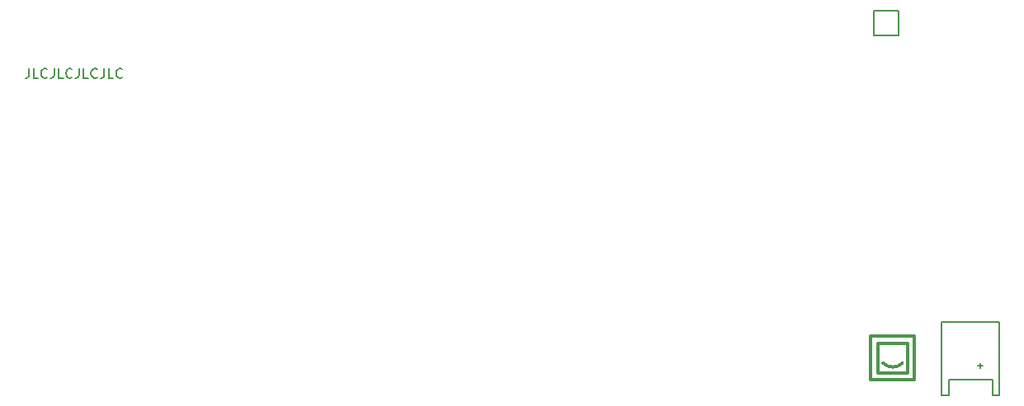
<source format=gbr>
%TF.GenerationSoftware,KiCad,Pcbnew,(6.0.7)*%
%TF.CreationDate,2022-08-24T19:26:19+02:00*%
%TF.ProjectId,leko_pona,6c656b6f-5f70-46f6-9e61-2e6b69636164,v1.0.0*%
%TF.SameCoordinates,Original*%
%TF.FileFunction,Legend,Top*%
%TF.FilePolarity,Positive*%
%FSLAX46Y46*%
G04 Gerber Fmt 4.6, Leading zero omitted, Abs format (unit mm)*
G04 Created by KiCad (PCBNEW (6.0.7)) date 2022-08-24 19:26:19*
%MOMM*%
%LPD*%
G01*
G04 APERTURE LIST*
%ADD10C,0.180000*%
%ADD11C,0.350000*%
%ADD12C,0.150000*%
G04 APERTURE END LIST*
D10*
X-4619047Y26297619D02*
X-4619047Y25583333D01*
X-4666666Y25440476D01*
X-4761904Y25345238D01*
X-4904761Y25297619D01*
X-5000000Y25297619D01*
X-3666666Y25297619D02*
X-4142857Y25297619D01*
X-4142857Y26297619D01*
X-2761904Y25392857D02*
X-2809523Y25345238D01*
X-2952380Y25297619D01*
X-3047619Y25297619D01*
X-3190476Y25345238D01*
X-3285714Y25440476D01*
X-3333333Y25535714D01*
X-3380952Y25726190D01*
X-3380952Y25869047D01*
X-3333333Y26059523D01*
X-3285714Y26154761D01*
X-3190476Y26250000D01*
X-3047619Y26297619D01*
X-2952380Y26297619D01*
X-2809523Y26250000D01*
X-2761904Y26202380D01*
X-2047619Y26297619D02*
X-2047619Y25583333D01*
X-2095238Y25440476D01*
X-2190476Y25345238D01*
X-2333333Y25297619D01*
X-2428571Y25297619D01*
X-1095238Y25297619D02*
X-1571428Y25297619D01*
X-1571428Y26297619D01*
X-190476Y25392857D02*
X-238095Y25345238D01*
X-380952Y25297619D01*
X-476190Y25297619D01*
X-619047Y25345238D01*
X-714285Y25440476D01*
X-761904Y25535714D01*
X-809523Y25726190D01*
X-809523Y25869047D01*
X-761904Y26059523D01*
X-714285Y26154761D01*
X-619047Y26250000D01*
X-476190Y26297619D01*
X-380952Y26297619D01*
X-238095Y26250000D01*
X-190476Y26202380D01*
X523809Y26297619D02*
X523809Y25583333D01*
X476190Y25440476D01*
X380952Y25345238D01*
X238095Y25297619D01*
X142857Y25297619D01*
X1476190Y25297619D02*
X1000000Y25297619D01*
X1000000Y26297619D01*
X2380952Y25392857D02*
X2333333Y25345238D01*
X2190476Y25297619D01*
X2095238Y25297619D01*
X1952380Y25345238D01*
X1857142Y25440476D01*
X1809523Y25535714D01*
X1761904Y25726190D01*
X1761904Y25869047D01*
X1809523Y26059523D01*
X1857142Y26154761D01*
X1952380Y26250000D01*
X2095238Y26297619D01*
X2190476Y26297619D01*
X2333333Y26250000D01*
X2380952Y26202380D01*
X3095238Y26297619D02*
X3095238Y25583333D01*
X3047619Y25440476D01*
X2952380Y25345238D01*
X2809523Y25297619D01*
X2714285Y25297619D01*
X4047619Y25297619D02*
X3571428Y25297619D01*
X3571428Y26297619D01*
X4952380Y25392857D02*
X4904761Y25345238D01*
X4761904Y25297619D01*
X4666666Y25297619D01*
X4523809Y25345238D01*
X4428571Y25440476D01*
X4380952Y25535714D01*
X4333333Y25726190D01*
X4333333Y25869047D01*
X4380952Y26059523D01*
X4428571Y26154761D01*
X4523809Y26250000D01*
X4666666Y26297619D01*
X4761904Y26297619D01*
X4904761Y26250000D01*
X4952380Y26202380D01*
D11*
X83000000Y-4000000D02*
G75*
G03*
X85000000Y-4000000I1000000J999999D01*
G01*
X81750000Y-1250000D02*
X86250000Y-1250000D01*
X86250000Y-1250000D02*
X86250000Y-5750000D01*
X86250000Y-5750000D02*
X81750000Y-5750000D01*
X81750000Y-5750000D02*
X81750000Y-1250000D01*
X82500000Y-2000000D02*
X85500000Y-2000000D01*
X85500000Y-2000000D02*
X85500000Y-5000000D01*
X85500000Y-5000000D02*
X82500000Y-5000000D01*
X82500000Y-5000000D02*
X82500000Y-2000000D01*
D12*
%TO.C,*%
%TO.C,MCU1*%
X84650000Y32240000D02*
X84650000Y29700000D01*
X84650000Y29700000D02*
X82110000Y29700000D01*
X84650000Y32240000D02*
X82110000Y32240000D01*
X82110000Y29700000D02*
X82110000Y32240000D01*
%TO.C,JST1*%
X94250000Y-7350000D02*
X94950000Y-7350000D01*
X89050000Y-7350000D02*
X89750000Y-7350000D01*
X94950000Y250000D02*
X89050000Y250000D01*
X89750000Y-5750000D02*
X94250000Y-5750000D01*
X89050000Y250000D02*
X89050000Y-7350000D01*
X94950000Y-7350000D02*
X94950000Y250000D01*
X93250000Y-4250000D02*
X92750000Y-4250000D01*
X94250000Y-5750000D02*
X94250000Y-7350000D01*
X93000000Y-4500000D02*
X93000000Y-4000000D01*
X89750000Y-7350000D02*
X89750000Y-5750000D01*
%TD*%
M02*

</source>
